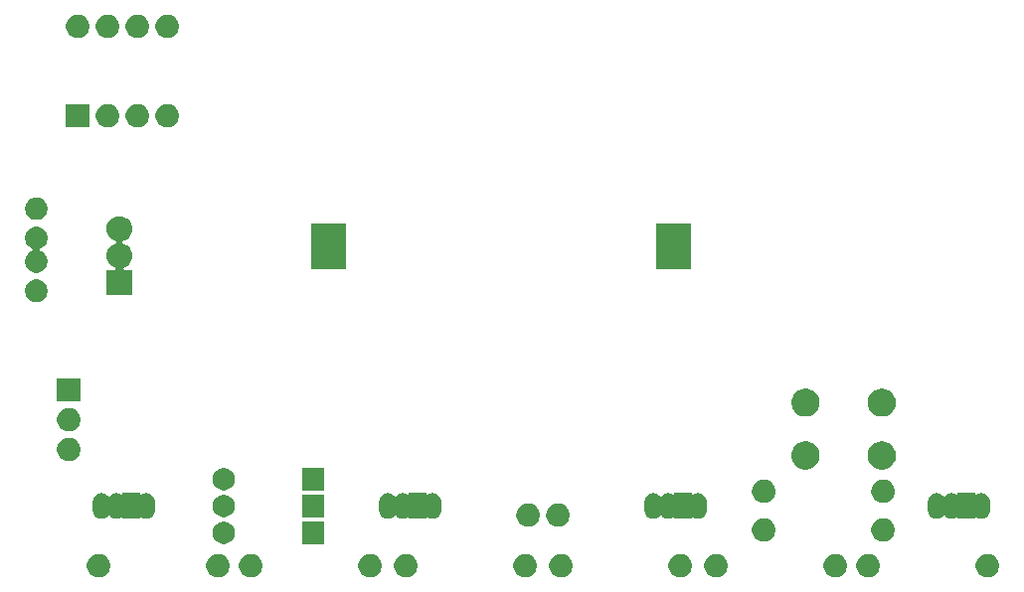
<source format=gbs>
G04 #@! TF.GenerationSoftware,KiCad,Pcbnew,(5.1.5-0-10_14)*
G04 #@! TF.CreationDate,2020-10-20T19:31:47+02:00*
G04 #@! TF.ProjectId,badge_2020,62616467-655f-4323-9032-302e6b696361,rev?*
G04 #@! TF.SameCoordinates,Original*
G04 #@! TF.FileFunction,Soldermask,Bot*
G04 #@! TF.FilePolarity,Negative*
%FSLAX46Y46*%
G04 Gerber Fmt 4.6, Leading zero omitted, Abs format (unit mm)*
G04 Created by KiCad (PCBNEW (5.1.5-0-10_14)) date 2020-10-20 19:31:47*
%MOMM*%
%LPD*%
G04 APERTURE LIST*
%ADD10C,0.100000*%
G04 APERTURE END LIST*
D10*
G36*
X213587290Y-138725619D02*
G01*
X213651689Y-138738429D01*
X213833678Y-138813811D01*
X213997463Y-138923249D01*
X214136751Y-139062537D01*
X214246189Y-139226322D01*
X214321571Y-139408311D01*
X214360000Y-139601509D01*
X214360000Y-139798491D01*
X214321571Y-139991689D01*
X214246189Y-140173678D01*
X214136751Y-140337463D01*
X213997463Y-140476751D01*
X213833678Y-140586189D01*
X213651689Y-140661571D01*
X213587290Y-140674381D01*
X213458493Y-140700000D01*
X213261507Y-140700000D01*
X213132710Y-140674381D01*
X213068311Y-140661571D01*
X212886322Y-140586189D01*
X212722537Y-140476751D01*
X212583249Y-140337463D01*
X212473811Y-140173678D01*
X212398429Y-139991689D01*
X212360000Y-139798491D01*
X212360000Y-139601509D01*
X212398429Y-139408311D01*
X212473811Y-139226322D01*
X212583249Y-139062537D01*
X212722537Y-138923249D01*
X212886322Y-138813811D01*
X213068311Y-138738429D01*
X213132710Y-138725619D01*
X213261507Y-138700000D01*
X213458493Y-138700000D01*
X213587290Y-138725619D01*
G37*
G36*
X203427290Y-138725619D02*
G01*
X203491689Y-138738429D01*
X203673678Y-138813811D01*
X203837463Y-138923249D01*
X203976751Y-139062537D01*
X204086189Y-139226322D01*
X204161571Y-139408311D01*
X204200000Y-139601509D01*
X204200000Y-139798491D01*
X204161571Y-139991689D01*
X204086189Y-140173678D01*
X203976751Y-140337463D01*
X203837463Y-140476751D01*
X203673678Y-140586189D01*
X203491689Y-140661571D01*
X203427290Y-140674381D01*
X203298493Y-140700000D01*
X203101507Y-140700000D01*
X202972710Y-140674381D01*
X202908311Y-140661571D01*
X202726322Y-140586189D01*
X202562537Y-140476751D01*
X202423249Y-140337463D01*
X202313811Y-140173678D01*
X202238429Y-139991689D01*
X202200000Y-139798491D01*
X202200000Y-139601509D01*
X202238429Y-139408311D01*
X202313811Y-139226322D01*
X202423249Y-139062537D01*
X202562537Y-138923249D01*
X202726322Y-138813811D01*
X202908311Y-138738429D01*
X202972710Y-138725619D01*
X203101507Y-138700000D01*
X203298493Y-138700000D01*
X203427290Y-138725619D01*
G37*
G36*
X200633290Y-138725619D02*
G01*
X200697689Y-138738429D01*
X200879678Y-138813811D01*
X201043463Y-138923249D01*
X201182751Y-139062537D01*
X201292189Y-139226322D01*
X201367571Y-139408311D01*
X201406000Y-139601509D01*
X201406000Y-139798491D01*
X201367571Y-139991689D01*
X201292189Y-140173678D01*
X201182751Y-140337463D01*
X201043463Y-140476751D01*
X200879678Y-140586189D01*
X200697689Y-140661571D01*
X200633290Y-140674381D01*
X200504493Y-140700000D01*
X200307507Y-140700000D01*
X200178710Y-140674381D01*
X200114311Y-140661571D01*
X199932322Y-140586189D01*
X199768537Y-140476751D01*
X199629249Y-140337463D01*
X199519811Y-140173678D01*
X199444429Y-139991689D01*
X199406000Y-139798491D01*
X199406000Y-139601509D01*
X199444429Y-139408311D01*
X199519811Y-139226322D01*
X199629249Y-139062537D01*
X199768537Y-138923249D01*
X199932322Y-138813811D01*
X200114311Y-138738429D01*
X200178710Y-138725619D01*
X200307507Y-138700000D01*
X200504493Y-138700000D01*
X200633290Y-138725619D01*
G37*
G36*
X190473290Y-138725619D02*
G01*
X190537689Y-138738429D01*
X190719678Y-138813811D01*
X190883463Y-138923249D01*
X191022751Y-139062537D01*
X191132189Y-139226322D01*
X191207571Y-139408311D01*
X191246000Y-139601509D01*
X191246000Y-139798491D01*
X191207571Y-139991689D01*
X191132189Y-140173678D01*
X191022751Y-140337463D01*
X190883463Y-140476751D01*
X190719678Y-140586189D01*
X190537689Y-140661571D01*
X190473290Y-140674381D01*
X190344493Y-140700000D01*
X190147507Y-140700000D01*
X190018710Y-140674381D01*
X189954311Y-140661571D01*
X189772322Y-140586189D01*
X189608537Y-140476751D01*
X189469249Y-140337463D01*
X189359811Y-140173678D01*
X189284429Y-139991689D01*
X189246000Y-139798491D01*
X189246000Y-139601509D01*
X189284429Y-139408311D01*
X189359811Y-139226322D01*
X189469249Y-139062537D01*
X189608537Y-138923249D01*
X189772322Y-138813811D01*
X189954311Y-138738429D01*
X190018710Y-138725619D01*
X190147507Y-138700000D01*
X190344493Y-138700000D01*
X190473290Y-138725619D01*
G37*
G36*
X187425290Y-138725619D02*
G01*
X187489689Y-138738429D01*
X187671678Y-138813811D01*
X187835463Y-138923249D01*
X187974751Y-139062537D01*
X188084189Y-139226322D01*
X188159571Y-139408311D01*
X188198000Y-139601509D01*
X188198000Y-139798491D01*
X188159571Y-139991689D01*
X188084189Y-140173678D01*
X187974751Y-140337463D01*
X187835463Y-140476751D01*
X187671678Y-140586189D01*
X187489689Y-140661571D01*
X187425290Y-140674381D01*
X187296493Y-140700000D01*
X187099507Y-140700000D01*
X186970710Y-140674381D01*
X186906311Y-140661571D01*
X186724322Y-140586189D01*
X186560537Y-140476751D01*
X186421249Y-140337463D01*
X186311811Y-140173678D01*
X186236429Y-139991689D01*
X186198000Y-139798491D01*
X186198000Y-139601509D01*
X186236429Y-139408311D01*
X186311811Y-139226322D01*
X186421249Y-139062537D01*
X186560537Y-138923249D01*
X186724322Y-138813811D01*
X186906311Y-138738429D01*
X186970710Y-138725619D01*
X187099507Y-138700000D01*
X187296493Y-138700000D01*
X187425290Y-138725619D01*
G37*
G36*
X177265290Y-138725619D02*
G01*
X177329689Y-138738429D01*
X177511678Y-138813811D01*
X177675463Y-138923249D01*
X177814751Y-139062537D01*
X177924189Y-139226322D01*
X177999571Y-139408311D01*
X178038000Y-139601509D01*
X178038000Y-139798491D01*
X177999571Y-139991689D01*
X177924189Y-140173678D01*
X177814751Y-140337463D01*
X177675463Y-140476751D01*
X177511678Y-140586189D01*
X177329689Y-140661571D01*
X177265290Y-140674381D01*
X177136493Y-140700000D01*
X176939507Y-140700000D01*
X176810710Y-140674381D01*
X176746311Y-140661571D01*
X176564322Y-140586189D01*
X176400537Y-140476751D01*
X176261249Y-140337463D01*
X176151811Y-140173678D01*
X176076429Y-139991689D01*
X176038000Y-139798491D01*
X176038000Y-139601509D01*
X176076429Y-139408311D01*
X176151811Y-139226322D01*
X176261249Y-139062537D01*
X176400537Y-138923249D01*
X176564322Y-138813811D01*
X176746311Y-138738429D01*
X176810710Y-138725619D01*
X176939507Y-138700000D01*
X177136493Y-138700000D01*
X177265290Y-138725619D01*
G37*
G36*
X174217290Y-138725619D02*
G01*
X174281689Y-138738429D01*
X174463678Y-138813811D01*
X174627463Y-138923249D01*
X174766751Y-139062537D01*
X174876189Y-139226322D01*
X174951571Y-139408311D01*
X174990000Y-139601509D01*
X174990000Y-139798491D01*
X174951571Y-139991689D01*
X174876189Y-140173678D01*
X174766751Y-140337463D01*
X174627463Y-140476751D01*
X174463678Y-140586189D01*
X174281689Y-140661571D01*
X174217290Y-140674381D01*
X174088493Y-140700000D01*
X173891507Y-140700000D01*
X173762710Y-140674381D01*
X173698311Y-140661571D01*
X173516322Y-140586189D01*
X173352537Y-140476751D01*
X173213249Y-140337463D01*
X173103811Y-140173678D01*
X173028429Y-139991689D01*
X172990000Y-139798491D01*
X172990000Y-139601509D01*
X173028429Y-139408311D01*
X173103811Y-139226322D01*
X173213249Y-139062537D01*
X173352537Y-138923249D01*
X173516322Y-138813811D01*
X173698311Y-138738429D01*
X173762710Y-138725619D01*
X173891507Y-138700000D01*
X174088493Y-138700000D01*
X174217290Y-138725619D01*
G37*
G36*
X164057290Y-138725619D02*
G01*
X164121689Y-138738429D01*
X164303678Y-138813811D01*
X164467463Y-138923249D01*
X164606751Y-139062537D01*
X164716189Y-139226322D01*
X164791571Y-139408311D01*
X164830000Y-139601509D01*
X164830000Y-139798491D01*
X164791571Y-139991689D01*
X164716189Y-140173678D01*
X164606751Y-140337463D01*
X164467463Y-140476751D01*
X164303678Y-140586189D01*
X164121689Y-140661571D01*
X164057290Y-140674381D01*
X163928493Y-140700000D01*
X163731507Y-140700000D01*
X163602710Y-140674381D01*
X163538311Y-140661571D01*
X163356322Y-140586189D01*
X163192537Y-140476751D01*
X163053249Y-140337463D01*
X162943811Y-140173678D01*
X162868429Y-139991689D01*
X162830000Y-139798491D01*
X162830000Y-139601509D01*
X162868429Y-139408311D01*
X162943811Y-139226322D01*
X163053249Y-139062537D01*
X163192537Y-138923249D01*
X163356322Y-138813811D01*
X163538311Y-138738429D01*
X163602710Y-138725619D01*
X163731507Y-138700000D01*
X163928493Y-138700000D01*
X164057290Y-138725619D01*
G37*
G36*
X161009290Y-138725619D02*
G01*
X161073689Y-138738429D01*
X161255678Y-138813811D01*
X161419463Y-138923249D01*
X161558751Y-139062537D01*
X161668189Y-139226322D01*
X161743571Y-139408311D01*
X161782000Y-139601509D01*
X161782000Y-139798491D01*
X161743571Y-139991689D01*
X161668189Y-140173678D01*
X161558751Y-140337463D01*
X161419463Y-140476751D01*
X161255678Y-140586189D01*
X161073689Y-140661571D01*
X161009290Y-140674381D01*
X160880493Y-140700000D01*
X160683507Y-140700000D01*
X160554710Y-140674381D01*
X160490311Y-140661571D01*
X160308322Y-140586189D01*
X160144537Y-140476751D01*
X160005249Y-140337463D01*
X159895811Y-140173678D01*
X159820429Y-139991689D01*
X159782000Y-139798491D01*
X159782000Y-139601509D01*
X159820429Y-139408311D01*
X159895811Y-139226322D01*
X160005249Y-139062537D01*
X160144537Y-138923249D01*
X160308322Y-138813811D01*
X160490311Y-138738429D01*
X160554710Y-138725619D01*
X160683507Y-138700000D01*
X160880493Y-138700000D01*
X161009290Y-138725619D01*
G37*
G36*
X150849290Y-138725619D02*
G01*
X150913689Y-138738429D01*
X151095678Y-138813811D01*
X151259463Y-138923249D01*
X151398751Y-139062537D01*
X151508189Y-139226322D01*
X151583571Y-139408311D01*
X151622000Y-139601509D01*
X151622000Y-139798491D01*
X151583571Y-139991689D01*
X151508189Y-140173678D01*
X151398751Y-140337463D01*
X151259463Y-140476751D01*
X151095678Y-140586189D01*
X150913689Y-140661571D01*
X150849290Y-140674381D01*
X150720493Y-140700000D01*
X150523507Y-140700000D01*
X150394710Y-140674381D01*
X150330311Y-140661571D01*
X150148322Y-140586189D01*
X149984537Y-140476751D01*
X149845249Y-140337463D01*
X149735811Y-140173678D01*
X149660429Y-139991689D01*
X149622000Y-139798491D01*
X149622000Y-139601509D01*
X149660429Y-139408311D01*
X149735811Y-139226322D01*
X149845249Y-139062537D01*
X149984537Y-138923249D01*
X150148322Y-138813811D01*
X150330311Y-138738429D01*
X150394710Y-138725619D01*
X150523507Y-138700000D01*
X150720493Y-138700000D01*
X150849290Y-138725619D01*
G37*
G36*
X148055290Y-138725619D02*
G01*
X148119689Y-138738429D01*
X148301678Y-138813811D01*
X148465463Y-138923249D01*
X148604751Y-139062537D01*
X148714189Y-139226322D01*
X148789571Y-139408311D01*
X148828000Y-139601509D01*
X148828000Y-139798491D01*
X148789571Y-139991689D01*
X148714189Y-140173678D01*
X148604751Y-140337463D01*
X148465463Y-140476751D01*
X148301678Y-140586189D01*
X148119689Y-140661571D01*
X148055290Y-140674381D01*
X147926493Y-140700000D01*
X147729507Y-140700000D01*
X147600710Y-140674381D01*
X147536311Y-140661571D01*
X147354322Y-140586189D01*
X147190537Y-140476751D01*
X147051249Y-140337463D01*
X146941811Y-140173678D01*
X146866429Y-139991689D01*
X146828000Y-139798491D01*
X146828000Y-139601509D01*
X146866429Y-139408311D01*
X146941811Y-139226322D01*
X147051249Y-139062537D01*
X147190537Y-138923249D01*
X147354322Y-138813811D01*
X147536311Y-138738429D01*
X147600710Y-138725619D01*
X147729507Y-138700000D01*
X147926493Y-138700000D01*
X148055290Y-138725619D01*
G37*
G36*
X137895290Y-138725619D02*
G01*
X137959689Y-138738429D01*
X138141678Y-138813811D01*
X138305463Y-138923249D01*
X138444751Y-139062537D01*
X138554189Y-139226322D01*
X138629571Y-139408311D01*
X138668000Y-139601509D01*
X138668000Y-139798491D01*
X138629571Y-139991689D01*
X138554189Y-140173678D01*
X138444751Y-140337463D01*
X138305463Y-140476751D01*
X138141678Y-140586189D01*
X137959689Y-140661571D01*
X137895290Y-140674381D01*
X137766493Y-140700000D01*
X137569507Y-140700000D01*
X137440710Y-140674381D01*
X137376311Y-140661571D01*
X137194322Y-140586189D01*
X137030537Y-140476751D01*
X136891249Y-140337463D01*
X136781811Y-140173678D01*
X136706429Y-139991689D01*
X136668000Y-139798491D01*
X136668000Y-139601509D01*
X136706429Y-139408311D01*
X136781811Y-139226322D01*
X136891249Y-139062537D01*
X137030537Y-138923249D01*
X137194322Y-138813811D01*
X137376311Y-138738429D01*
X137440710Y-138725619D01*
X137569507Y-138700000D01*
X137766493Y-138700000D01*
X137895290Y-138725619D01*
G37*
G36*
X156906000Y-137856000D02*
G01*
X155006000Y-137856000D01*
X155006000Y-135956000D01*
X156906000Y-135956000D01*
X156906000Y-137856000D01*
G37*
G36*
X148521336Y-135974254D02*
G01*
X148613105Y-135992508D01*
X148785994Y-136064121D01*
X148941590Y-136168087D01*
X149073913Y-136300410D01*
X149177879Y-136456006D01*
X149249492Y-136628895D01*
X149286000Y-136812433D01*
X149286000Y-136999567D01*
X149249492Y-137183105D01*
X149177879Y-137355994D01*
X149073913Y-137511590D01*
X148941590Y-137643913D01*
X148785994Y-137747879D01*
X148613105Y-137819492D01*
X148521336Y-137837746D01*
X148429568Y-137856000D01*
X148242432Y-137856000D01*
X148150664Y-137837746D01*
X148058895Y-137819492D01*
X147886006Y-137747879D01*
X147730410Y-137643913D01*
X147598087Y-137511590D01*
X147494121Y-137355994D01*
X147422508Y-137183105D01*
X147386000Y-136999567D01*
X147386000Y-136812433D01*
X147422508Y-136628895D01*
X147494121Y-136456006D01*
X147598087Y-136300410D01*
X147730410Y-136168087D01*
X147886006Y-136064121D01*
X148058895Y-135992508D01*
X148150664Y-135974254D01*
X148242432Y-135956000D01*
X148429568Y-135956000D01*
X148521336Y-135974254D01*
G37*
G36*
X194537290Y-135677619D02*
G01*
X194601689Y-135690429D01*
X194783678Y-135765811D01*
X194947463Y-135875249D01*
X195086751Y-136014537D01*
X195196189Y-136178322D01*
X195264637Y-136343571D01*
X195271571Y-136360312D01*
X195310000Y-136553507D01*
X195310000Y-136750493D01*
X195297679Y-136812433D01*
X195271571Y-136943689D01*
X195196189Y-137125678D01*
X195086751Y-137289463D01*
X194947463Y-137428751D01*
X194783678Y-137538189D01*
X194601689Y-137613571D01*
X194537290Y-137626381D01*
X194408493Y-137652000D01*
X194211507Y-137652000D01*
X194082710Y-137626381D01*
X194018311Y-137613571D01*
X193836322Y-137538189D01*
X193672537Y-137428751D01*
X193533249Y-137289463D01*
X193423811Y-137125678D01*
X193348429Y-136943689D01*
X193322321Y-136812433D01*
X193310000Y-136750493D01*
X193310000Y-136553507D01*
X193348429Y-136360312D01*
X193355363Y-136343571D01*
X193423811Y-136178322D01*
X193533249Y-136014537D01*
X193672537Y-135875249D01*
X193836322Y-135765811D01*
X194018311Y-135690429D01*
X194082710Y-135677619D01*
X194211507Y-135652000D01*
X194408493Y-135652000D01*
X194537290Y-135677619D01*
G37*
G36*
X204697290Y-135677619D02*
G01*
X204761689Y-135690429D01*
X204943678Y-135765811D01*
X205107463Y-135875249D01*
X205246751Y-136014537D01*
X205356189Y-136178322D01*
X205424637Y-136343571D01*
X205431571Y-136360312D01*
X205470000Y-136553507D01*
X205470000Y-136750493D01*
X205457679Y-136812433D01*
X205431571Y-136943689D01*
X205356189Y-137125678D01*
X205246751Y-137289463D01*
X205107463Y-137428751D01*
X204943678Y-137538189D01*
X204761689Y-137613571D01*
X204697290Y-137626381D01*
X204568493Y-137652000D01*
X204371507Y-137652000D01*
X204242710Y-137626381D01*
X204178311Y-137613571D01*
X203996322Y-137538189D01*
X203832537Y-137428751D01*
X203693249Y-137289463D01*
X203583811Y-137125678D01*
X203508429Y-136943689D01*
X203482321Y-136812433D01*
X203470000Y-136750493D01*
X203470000Y-136553507D01*
X203508429Y-136360312D01*
X203515363Y-136343571D01*
X203583811Y-136178322D01*
X203693249Y-136014537D01*
X203832537Y-135875249D01*
X203996322Y-135765811D01*
X204178311Y-135690429D01*
X204242710Y-135677619D01*
X204371507Y-135652000D01*
X204568493Y-135652000D01*
X204697290Y-135677619D01*
G37*
G36*
X177011290Y-134407619D02*
G01*
X177075689Y-134420429D01*
X177257678Y-134495811D01*
X177421463Y-134605249D01*
X177560751Y-134744537D01*
X177670189Y-134908322D01*
X177745571Y-135090311D01*
X177758381Y-135154710D01*
X177772480Y-135225590D01*
X177784000Y-135283509D01*
X177784000Y-135480491D01*
X177745571Y-135673689D01*
X177670189Y-135855678D01*
X177560751Y-136019463D01*
X177421463Y-136158751D01*
X177257678Y-136268189D01*
X177075689Y-136343571D01*
X177011290Y-136356381D01*
X176882493Y-136382000D01*
X176685507Y-136382000D01*
X176556710Y-136356381D01*
X176492311Y-136343571D01*
X176310322Y-136268189D01*
X176146537Y-136158751D01*
X176007249Y-136019463D01*
X175897811Y-135855678D01*
X175822429Y-135673689D01*
X175784000Y-135480491D01*
X175784000Y-135283509D01*
X175795521Y-135225590D01*
X175809619Y-135154710D01*
X175822429Y-135090311D01*
X175897811Y-134908322D01*
X176007249Y-134744537D01*
X176146537Y-134605249D01*
X176310322Y-134495811D01*
X176492311Y-134420429D01*
X176556710Y-134407619D01*
X176685507Y-134382000D01*
X176882493Y-134382000D01*
X177011290Y-134407619D01*
G37*
G36*
X174471290Y-134407619D02*
G01*
X174535689Y-134420429D01*
X174717678Y-134495811D01*
X174881463Y-134605249D01*
X175020751Y-134744537D01*
X175130189Y-134908322D01*
X175205571Y-135090311D01*
X175218381Y-135154710D01*
X175232480Y-135225590D01*
X175244000Y-135283509D01*
X175244000Y-135480491D01*
X175205571Y-135673689D01*
X175130189Y-135855678D01*
X175020751Y-136019463D01*
X174881463Y-136158751D01*
X174717678Y-136268189D01*
X174535689Y-136343571D01*
X174471290Y-136356381D01*
X174342493Y-136382000D01*
X174145507Y-136382000D01*
X174016710Y-136356381D01*
X173952311Y-136343571D01*
X173770322Y-136268189D01*
X173606537Y-136158751D01*
X173467249Y-136019463D01*
X173357811Y-135855678D01*
X173282429Y-135673689D01*
X173244000Y-135480491D01*
X173244000Y-135283509D01*
X173255521Y-135225590D01*
X173269619Y-135154710D01*
X173282429Y-135090311D01*
X173357811Y-134908322D01*
X173467249Y-134744537D01*
X173606537Y-134605249D01*
X173770322Y-134495811D01*
X173952311Y-134420429D01*
X174016710Y-134407619D01*
X174145507Y-134382000D01*
X174342493Y-134382000D01*
X174471290Y-134407619D01*
G37*
G36*
X166260085Y-133530635D02*
G01*
X166350068Y-133557931D01*
X166398637Y-133572664D01*
X166526319Y-133640912D01*
X166638238Y-133732762D01*
X166730088Y-133844681D01*
X166798336Y-133972363D01*
X166798337Y-133972367D01*
X166840365Y-134110915D01*
X166851000Y-134218895D01*
X166851000Y-135021105D01*
X166840365Y-135129085D01*
X166811091Y-135225589D01*
X166798336Y-135267637D01*
X166730088Y-135395319D01*
X166638238Y-135507238D01*
X166526318Y-135599088D01*
X166398636Y-135667336D01*
X166362584Y-135678272D01*
X166260084Y-135709365D01*
X166116000Y-135723556D01*
X165971915Y-135709365D01*
X165869415Y-135678272D01*
X165833363Y-135667336D01*
X165764923Y-135630754D01*
X165742284Y-135621376D01*
X165718251Y-135616596D01*
X165693747Y-135616596D01*
X165669713Y-135621377D01*
X165647075Y-135630754D01*
X165626700Y-135644368D01*
X165609373Y-135661695D01*
X165595760Y-135682069D01*
X165586382Y-135704708D01*
X165584114Y-135720000D01*
X164108932Y-135720000D01*
X164108598Y-135716606D01*
X164101485Y-135693157D01*
X164089934Y-135671546D01*
X164074389Y-135652604D01*
X164055447Y-135637059D01*
X164033836Y-135625508D01*
X164010387Y-135618395D01*
X163986001Y-135615993D01*
X163961615Y-135618395D01*
X163938166Y-135625508D01*
X163927077Y-135630753D01*
X163858636Y-135667336D01*
X163822584Y-135678272D01*
X163720084Y-135709365D01*
X163576000Y-135723556D01*
X163431915Y-135709365D01*
X163329415Y-135678272D01*
X163293363Y-135667336D01*
X163165681Y-135599088D01*
X163053762Y-135507238D01*
X163037625Y-135487575D01*
X163020298Y-135470248D01*
X162999923Y-135456634D01*
X162977284Y-135447257D01*
X162953251Y-135442477D01*
X162928747Y-135442477D01*
X162904714Y-135447258D01*
X162882075Y-135456635D01*
X162861701Y-135470249D01*
X162844375Y-135487575D01*
X162828238Y-135507238D01*
X162716318Y-135599088D01*
X162588636Y-135667336D01*
X162552584Y-135678272D01*
X162450084Y-135709365D01*
X162306000Y-135723556D01*
X162161915Y-135709365D01*
X162059415Y-135678272D01*
X162023363Y-135667336D01*
X161895681Y-135599088D01*
X161783762Y-135507238D01*
X161691912Y-135395318D01*
X161623664Y-135267636D01*
X161610909Y-135225589D01*
X161581635Y-135129084D01*
X161571000Y-135021104D01*
X161571000Y-134218895D01*
X161581635Y-134110915D01*
X161623664Y-133972367D01*
X161623665Y-133972364D01*
X161691913Y-133844681D01*
X161783763Y-133732762D01*
X161895682Y-133640912D01*
X162023364Y-133572664D01*
X162071933Y-133557931D01*
X162161916Y-133530635D01*
X162306000Y-133516444D01*
X162450085Y-133530635D01*
X162540068Y-133557931D01*
X162588637Y-133572664D01*
X162716319Y-133640912D01*
X162717265Y-133641688D01*
X162828238Y-133732762D01*
X162844380Y-133752431D01*
X162861704Y-133769753D01*
X162882078Y-133783367D01*
X162904717Y-133792744D01*
X162928750Y-133797524D01*
X162953255Y-133797524D01*
X162977288Y-133792743D01*
X162999926Y-133783366D01*
X163020301Y-133769752D01*
X163037621Y-133752431D01*
X163053763Y-133732762D01*
X163164735Y-133641689D01*
X163165682Y-133640912D01*
X163293364Y-133572664D01*
X163341933Y-133557931D01*
X163431916Y-133530635D01*
X163576000Y-133516444D01*
X163720085Y-133530635D01*
X163810068Y-133557931D01*
X163858637Y-133572664D01*
X163927077Y-133609246D01*
X163949716Y-133618624D01*
X163973749Y-133623404D01*
X163998253Y-133623404D01*
X164022287Y-133618623D01*
X164044925Y-133609246D01*
X164065300Y-133595632D01*
X164082627Y-133578305D01*
X164096240Y-133557931D01*
X164105618Y-133535292D01*
X164107886Y-133520000D01*
X165583068Y-133520000D01*
X165583402Y-133523394D01*
X165590515Y-133546843D01*
X165602066Y-133568454D01*
X165617611Y-133587396D01*
X165636553Y-133602941D01*
X165658164Y-133614492D01*
X165681613Y-133621605D01*
X165705999Y-133624007D01*
X165730385Y-133621605D01*
X165753834Y-133614492D01*
X165764923Y-133609247D01*
X165833364Y-133572664D01*
X165881933Y-133557931D01*
X165971916Y-133530635D01*
X166116000Y-133516444D01*
X166260085Y-133530635D01*
G37*
G36*
X141876085Y-133530635D02*
G01*
X141966068Y-133557931D01*
X142014637Y-133572664D01*
X142142319Y-133640912D01*
X142254238Y-133732762D01*
X142346088Y-133844681D01*
X142414336Y-133972363D01*
X142414337Y-133972367D01*
X142456365Y-134110915D01*
X142467000Y-134218895D01*
X142467000Y-135021105D01*
X142456365Y-135129085D01*
X142427091Y-135225589D01*
X142414336Y-135267637D01*
X142346088Y-135395319D01*
X142254238Y-135507238D01*
X142142318Y-135599088D01*
X142014636Y-135667336D01*
X141978584Y-135678272D01*
X141876084Y-135709365D01*
X141732000Y-135723556D01*
X141587915Y-135709365D01*
X141485415Y-135678272D01*
X141449363Y-135667336D01*
X141380923Y-135630754D01*
X141358284Y-135621376D01*
X141334251Y-135616596D01*
X141309747Y-135616596D01*
X141285713Y-135621377D01*
X141263075Y-135630754D01*
X141242700Y-135644368D01*
X141225373Y-135661695D01*
X141211760Y-135682069D01*
X141202382Y-135704708D01*
X141200114Y-135720000D01*
X139724932Y-135720000D01*
X139724598Y-135716606D01*
X139717485Y-135693157D01*
X139705934Y-135671546D01*
X139690389Y-135652604D01*
X139671447Y-135637059D01*
X139649836Y-135625508D01*
X139626387Y-135618395D01*
X139602001Y-135615993D01*
X139577615Y-135618395D01*
X139554166Y-135625508D01*
X139543077Y-135630753D01*
X139474636Y-135667336D01*
X139438584Y-135678272D01*
X139336084Y-135709365D01*
X139192000Y-135723556D01*
X139047915Y-135709365D01*
X138945415Y-135678272D01*
X138909363Y-135667336D01*
X138781681Y-135599088D01*
X138669762Y-135507238D01*
X138653625Y-135487575D01*
X138636298Y-135470248D01*
X138615923Y-135456634D01*
X138593284Y-135447257D01*
X138569251Y-135442477D01*
X138544747Y-135442477D01*
X138520714Y-135447258D01*
X138498075Y-135456635D01*
X138477701Y-135470249D01*
X138460375Y-135487575D01*
X138444238Y-135507238D01*
X138332318Y-135599088D01*
X138204636Y-135667336D01*
X138168584Y-135678272D01*
X138066084Y-135709365D01*
X137922000Y-135723556D01*
X137777915Y-135709365D01*
X137675415Y-135678272D01*
X137639363Y-135667336D01*
X137511681Y-135599088D01*
X137399762Y-135507238D01*
X137307912Y-135395318D01*
X137239664Y-135267636D01*
X137226909Y-135225589D01*
X137197635Y-135129084D01*
X137187000Y-135021104D01*
X137187000Y-134218895D01*
X137197635Y-134110915D01*
X137239664Y-133972367D01*
X137239665Y-133972364D01*
X137307913Y-133844681D01*
X137399763Y-133732762D01*
X137511682Y-133640912D01*
X137639364Y-133572664D01*
X137687933Y-133557931D01*
X137777916Y-133530635D01*
X137922000Y-133516444D01*
X138066085Y-133530635D01*
X138156068Y-133557931D01*
X138204637Y-133572664D01*
X138332319Y-133640912D01*
X138333265Y-133641688D01*
X138444238Y-133732762D01*
X138460380Y-133752431D01*
X138477704Y-133769753D01*
X138498078Y-133783367D01*
X138520717Y-133792744D01*
X138544750Y-133797524D01*
X138569255Y-133797524D01*
X138593288Y-133792743D01*
X138615926Y-133783366D01*
X138636301Y-133769752D01*
X138653621Y-133752431D01*
X138669763Y-133732762D01*
X138780735Y-133641689D01*
X138781682Y-133640912D01*
X138909364Y-133572664D01*
X138957933Y-133557931D01*
X139047916Y-133530635D01*
X139192000Y-133516444D01*
X139336085Y-133530635D01*
X139426068Y-133557931D01*
X139474637Y-133572664D01*
X139543077Y-133609246D01*
X139565716Y-133618624D01*
X139589749Y-133623404D01*
X139614253Y-133623404D01*
X139638287Y-133618623D01*
X139660925Y-133609246D01*
X139681300Y-133595632D01*
X139698627Y-133578305D01*
X139712240Y-133557931D01*
X139721618Y-133535292D01*
X139723886Y-133520000D01*
X141199068Y-133520000D01*
X141199402Y-133523394D01*
X141206515Y-133546843D01*
X141218066Y-133568454D01*
X141233611Y-133587396D01*
X141252553Y-133602941D01*
X141274164Y-133614492D01*
X141297613Y-133621605D01*
X141321999Y-133624007D01*
X141346385Y-133621605D01*
X141369834Y-133614492D01*
X141380923Y-133609247D01*
X141449364Y-133572664D01*
X141497933Y-133557931D01*
X141587916Y-133530635D01*
X141732000Y-133516444D01*
X141876085Y-133530635D01*
G37*
G36*
X212996085Y-133530635D02*
G01*
X213086068Y-133557931D01*
X213134637Y-133572664D01*
X213262319Y-133640912D01*
X213374238Y-133732762D01*
X213466088Y-133844681D01*
X213534336Y-133972363D01*
X213534337Y-133972367D01*
X213576365Y-134110915D01*
X213587000Y-134218895D01*
X213587000Y-135021105D01*
X213576365Y-135129085D01*
X213547091Y-135225589D01*
X213534336Y-135267637D01*
X213466088Y-135395319D01*
X213374238Y-135507238D01*
X213262318Y-135599088D01*
X213134636Y-135667336D01*
X213098584Y-135678272D01*
X212996084Y-135709365D01*
X212852000Y-135723556D01*
X212707915Y-135709365D01*
X212605415Y-135678272D01*
X212569363Y-135667336D01*
X212500923Y-135630754D01*
X212478284Y-135621376D01*
X212454251Y-135616596D01*
X212429747Y-135616596D01*
X212405713Y-135621377D01*
X212383075Y-135630754D01*
X212362700Y-135644368D01*
X212345373Y-135661695D01*
X212331760Y-135682069D01*
X212322382Y-135704708D01*
X212320114Y-135720000D01*
X210844932Y-135720000D01*
X210844598Y-135716606D01*
X210837485Y-135693157D01*
X210825934Y-135671546D01*
X210810389Y-135652604D01*
X210791447Y-135637059D01*
X210769836Y-135625508D01*
X210746387Y-135618395D01*
X210722001Y-135615993D01*
X210697615Y-135618395D01*
X210674166Y-135625508D01*
X210663077Y-135630753D01*
X210594636Y-135667336D01*
X210558584Y-135678272D01*
X210456084Y-135709365D01*
X210312000Y-135723556D01*
X210167915Y-135709365D01*
X210065415Y-135678272D01*
X210029363Y-135667336D01*
X209901681Y-135599088D01*
X209789762Y-135507238D01*
X209773625Y-135487575D01*
X209756298Y-135470248D01*
X209735923Y-135456634D01*
X209713284Y-135447257D01*
X209689251Y-135442477D01*
X209664747Y-135442477D01*
X209640714Y-135447258D01*
X209618075Y-135456635D01*
X209597701Y-135470249D01*
X209580375Y-135487575D01*
X209564238Y-135507238D01*
X209452318Y-135599088D01*
X209324636Y-135667336D01*
X209288584Y-135678272D01*
X209186084Y-135709365D01*
X209042000Y-135723556D01*
X208897915Y-135709365D01*
X208795415Y-135678272D01*
X208759363Y-135667336D01*
X208631681Y-135599088D01*
X208519762Y-135507238D01*
X208427912Y-135395318D01*
X208359664Y-135267636D01*
X208346909Y-135225589D01*
X208317635Y-135129084D01*
X208307000Y-135021104D01*
X208307000Y-134218895D01*
X208317635Y-134110915D01*
X208359664Y-133972367D01*
X208359665Y-133972364D01*
X208427913Y-133844681D01*
X208519763Y-133732762D01*
X208631682Y-133640912D01*
X208759364Y-133572664D01*
X208807933Y-133557931D01*
X208897916Y-133530635D01*
X209042000Y-133516444D01*
X209186085Y-133530635D01*
X209276068Y-133557931D01*
X209324637Y-133572664D01*
X209452319Y-133640912D01*
X209453265Y-133641688D01*
X209564238Y-133732762D01*
X209580380Y-133752431D01*
X209597704Y-133769753D01*
X209618078Y-133783367D01*
X209640717Y-133792744D01*
X209664750Y-133797524D01*
X209689255Y-133797524D01*
X209713288Y-133792743D01*
X209735926Y-133783366D01*
X209756301Y-133769752D01*
X209773621Y-133752431D01*
X209789763Y-133732762D01*
X209900735Y-133641689D01*
X209901682Y-133640912D01*
X210029364Y-133572664D01*
X210077933Y-133557931D01*
X210167916Y-133530635D01*
X210312000Y-133516444D01*
X210456085Y-133530635D01*
X210546068Y-133557931D01*
X210594637Y-133572664D01*
X210663077Y-133609246D01*
X210685716Y-133618624D01*
X210709749Y-133623404D01*
X210734253Y-133623404D01*
X210758287Y-133618623D01*
X210780925Y-133609246D01*
X210801300Y-133595632D01*
X210818627Y-133578305D01*
X210832240Y-133557931D01*
X210841618Y-133535292D01*
X210843886Y-133520000D01*
X212319068Y-133520000D01*
X212319402Y-133523394D01*
X212326515Y-133546843D01*
X212338066Y-133568454D01*
X212353611Y-133587396D01*
X212372553Y-133602941D01*
X212394164Y-133614492D01*
X212417613Y-133621605D01*
X212441999Y-133624007D01*
X212466385Y-133621605D01*
X212489834Y-133614492D01*
X212500923Y-133609247D01*
X212569364Y-133572664D01*
X212617933Y-133557931D01*
X212707916Y-133530635D01*
X212852000Y-133516444D01*
X212996085Y-133530635D01*
G37*
G36*
X188866085Y-133530635D02*
G01*
X188956068Y-133557931D01*
X189004637Y-133572664D01*
X189132319Y-133640912D01*
X189244238Y-133732762D01*
X189336088Y-133844681D01*
X189404336Y-133972363D01*
X189404337Y-133972367D01*
X189446365Y-134110915D01*
X189457000Y-134218895D01*
X189457000Y-135021105D01*
X189446365Y-135129085D01*
X189417091Y-135225589D01*
X189404336Y-135267637D01*
X189336088Y-135395319D01*
X189244238Y-135507238D01*
X189132318Y-135599088D01*
X189004636Y-135667336D01*
X188968584Y-135678272D01*
X188866084Y-135709365D01*
X188722000Y-135723556D01*
X188577915Y-135709365D01*
X188475415Y-135678272D01*
X188439363Y-135667336D01*
X188370923Y-135630754D01*
X188348284Y-135621376D01*
X188324251Y-135616596D01*
X188299747Y-135616596D01*
X188275713Y-135621377D01*
X188253075Y-135630754D01*
X188232700Y-135644368D01*
X188215373Y-135661695D01*
X188201760Y-135682069D01*
X188192382Y-135704708D01*
X188190114Y-135720000D01*
X186714932Y-135720000D01*
X186714598Y-135716606D01*
X186707485Y-135693157D01*
X186695934Y-135671546D01*
X186680389Y-135652604D01*
X186661447Y-135637059D01*
X186639836Y-135625508D01*
X186616387Y-135618395D01*
X186592001Y-135615993D01*
X186567615Y-135618395D01*
X186544166Y-135625508D01*
X186533077Y-135630753D01*
X186464636Y-135667336D01*
X186428584Y-135678272D01*
X186326084Y-135709365D01*
X186182000Y-135723556D01*
X186037915Y-135709365D01*
X185935415Y-135678272D01*
X185899363Y-135667336D01*
X185771681Y-135599088D01*
X185659762Y-135507238D01*
X185643625Y-135487575D01*
X185626298Y-135470248D01*
X185605923Y-135456634D01*
X185583284Y-135447257D01*
X185559251Y-135442477D01*
X185534747Y-135442477D01*
X185510714Y-135447258D01*
X185488075Y-135456635D01*
X185467701Y-135470249D01*
X185450375Y-135487575D01*
X185434238Y-135507238D01*
X185322318Y-135599088D01*
X185194636Y-135667336D01*
X185158584Y-135678272D01*
X185056084Y-135709365D01*
X184912000Y-135723556D01*
X184767915Y-135709365D01*
X184665415Y-135678272D01*
X184629363Y-135667336D01*
X184501681Y-135599088D01*
X184389762Y-135507238D01*
X184297912Y-135395318D01*
X184229664Y-135267636D01*
X184216909Y-135225589D01*
X184187635Y-135129084D01*
X184177000Y-135021104D01*
X184177000Y-134218895D01*
X184187635Y-134110915D01*
X184229664Y-133972367D01*
X184229665Y-133972364D01*
X184297913Y-133844681D01*
X184389763Y-133732762D01*
X184501682Y-133640912D01*
X184629364Y-133572664D01*
X184677933Y-133557931D01*
X184767916Y-133530635D01*
X184912000Y-133516444D01*
X185056085Y-133530635D01*
X185146068Y-133557931D01*
X185194637Y-133572664D01*
X185322319Y-133640912D01*
X185323265Y-133641688D01*
X185434238Y-133732762D01*
X185450380Y-133752431D01*
X185467704Y-133769753D01*
X185488078Y-133783367D01*
X185510717Y-133792744D01*
X185534750Y-133797524D01*
X185559255Y-133797524D01*
X185583288Y-133792743D01*
X185605926Y-133783366D01*
X185626301Y-133769752D01*
X185643621Y-133752431D01*
X185659763Y-133732762D01*
X185770735Y-133641689D01*
X185771682Y-133640912D01*
X185899364Y-133572664D01*
X185947933Y-133557931D01*
X186037916Y-133530635D01*
X186182000Y-133516444D01*
X186326085Y-133530635D01*
X186416068Y-133557931D01*
X186464637Y-133572664D01*
X186533077Y-133609246D01*
X186555716Y-133618624D01*
X186579749Y-133623404D01*
X186604253Y-133623404D01*
X186628287Y-133618623D01*
X186650925Y-133609246D01*
X186671300Y-133595632D01*
X186688627Y-133578305D01*
X186702240Y-133557931D01*
X186711618Y-133535292D01*
X186713886Y-133520000D01*
X188189068Y-133520000D01*
X188189402Y-133523394D01*
X188196515Y-133546843D01*
X188208066Y-133568454D01*
X188223611Y-133587396D01*
X188242553Y-133602941D01*
X188264164Y-133614492D01*
X188287613Y-133621605D01*
X188311999Y-133624007D01*
X188336385Y-133621605D01*
X188359834Y-133614492D01*
X188370923Y-133609247D01*
X188439364Y-133572664D01*
X188487933Y-133557931D01*
X188577916Y-133530635D01*
X188722000Y-133516444D01*
X188866085Y-133530635D01*
G37*
G36*
X156906000Y-135570000D02*
G01*
X155006000Y-135570000D01*
X155006000Y-133670000D01*
X156906000Y-133670000D01*
X156906000Y-135570000D01*
G37*
G36*
X148521336Y-133688254D02*
G01*
X148613105Y-133706508D01*
X148785994Y-133778121D01*
X148941590Y-133882087D01*
X149073913Y-134014410D01*
X149177879Y-134170006D01*
X149249492Y-134342895D01*
X149286000Y-134526433D01*
X149286000Y-134713567D01*
X149249492Y-134897105D01*
X149177879Y-135069994D01*
X149073913Y-135225590D01*
X148941590Y-135357913D01*
X148785994Y-135461879D01*
X148613105Y-135533492D01*
X148521336Y-135551746D01*
X148429568Y-135570000D01*
X148242432Y-135570000D01*
X148150664Y-135551746D01*
X148058895Y-135533492D01*
X147886006Y-135461879D01*
X147730410Y-135357913D01*
X147598087Y-135225590D01*
X147494121Y-135069994D01*
X147422508Y-134897105D01*
X147386000Y-134713567D01*
X147386000Y-134526433D01*
X147422508Y-134342895D01*
X147494121Y-134170006D01*
X147598087Y-134014410D01*
X147730410Y-133882087D01*
X147886006Y-133778121D01*
X148058895Y-133706508D01*
X148150664Y-133688254D01*
X148242432Y-133670000D01*
X148429568Y-133670000D01*
X148521336Y-133688254D01*
G37*
G36*
X204697290Y-132375619D02*
G01*
X204761689Y-132388429D01*
X204943678Y-132463811D01*
X205107463Y-132573249D01*
X205246751Y-132712537D01*
X205356189Y-132876322D01*
X205431571Y-133058311D01*
X205444381Y-133122710D01*
X205470000Y-133251507D01*
X205470000Y-133448493D01*
X205450437Y-133546843D01*
X205431571Y-133641689D01*
X205356189Y-133823678D01*
X205246751Y-133987463D01*
X205107463Y-134126751D01*
X204943678Y-134236189D01*
X204761689Y-134311571D01*
X204697290Y-134324381D01*
X204568493Y-134350000D01*
X204371507Y-134350000D01*
X204242710Y-134324381D01*
X204178311Y-134311571D01*
X203996322Y-134236189D01*
X203832537Y-134126751D01*
X203693249Y-133987463D01*
X203583811Y-133823678D01*
X203508429Y-133641689D01*
X203489563Y-133546843D01*
X203470000Y-133448493D01*
X203470000Y-133251507D01*
X203495619Y-133122710D01*
X203508429Y-133058311D01*
X203583811Y-132876322D01*
X203693249Y-132712537D01*
X203832537Y-132573249D01*
X203996322Y-132463811D01*
X204178311Y-132388429D01*
X204242710Y-132375619D01*
X204371507Y-132350000D01*
X204568493Y-132350000D01*
X204697290Y-132375619D01*
G37*
G36*
X194537290Y-132375619D02*
G01*
X194601689Y-132388429D01*
X194783678Y-132463811D01*
X194947463Y-132573249D01*
X195086751Y-132712537D01*
X195196189Y-132876322D01*
X195271571Y-133058311D01*
X195284381Y-133122710D01*
X195310000Y-133251507D01*
X195310000Y-133448493D01*
X195290437Y-133546843D01*
X195271571Y-133641689D01*
X195196189Y-133823678D01*
X195086751Y-133987463D01*
X194947463Y-134126751D01*
X194783678Y-134236189D01*
X194601689Y-134311571D01*
X194537290Y-134324381D01*
X194408493Y-134350000D01*
X194211507Y-134350000D01*
X194082710Y-134324381D01*
X194018311Y-134311571D01*
X193836322Y-134236189D01*
X193672537Y-134126751D01*
X193533249Y-133987463D01*
X193423811Y-133823678D01*
X193348429Y-133641689D01*
X193329563Y-133546843D01*
X193310000Y-133448493D01*
X193310000Y-133251507D01*
X193335619Y-133122710D01*
X193348429Y-133058311D01*
X193423811Y-132876322D01*
X193533249Y-132712537D01*
X193672537Y-132573249D01*
X193836322Y-132463811D01*
X194018311Y-132388429D01*
X194082710Y-132375619D01*
X194211507Y-132350000D01*
X194408493Y-132350000D01*
X194537290Y-132375619D01*
G37*
G36*
X148521336Y-131402254D02*
G01*
X148613105Y-131420508D01*
X148785994Y-131492121D01*
X148941590Y-131596087D01*
X149073913Y-131728410D01*
X149177879Y-131884006D01*
X149249492Y-132056895D01*
X149286000Y-132240433D01*
X149286000Y-132427567D01*
X149249492Y-132611105D01*
X149177879Y-132783994D01*
X149073913Y-132939590D01*
X148941590Y-133071913D01*
X148785994Y-133175879D01*
X148613105Y-133247492D01*
X148521336Y-133265746D01*
X148429568Y-133284000D01*
X148242432Y-133284000D01*
X148150664Y-133265746D01*
X148058895Y-133247492D01*
X147886006Y-133175879D01*
X147730410Y-133071913D01*
X147598087Y-132939590D01*
X147494121Y-132783994D01*
X147422508Y-132611105D01*
X147386000Y-132427567D01*
X147386000Y-132240433D01*
X147422508Y-132056895D01*
X147494121Y-131884006D01*
X147598087Y-131728410D01*
X147730410Y-131596087D01*
X147886006Y-131492121D01*
X148058895Y-131420508D01*
X148150664Y-131402254D01*
X148242432Y-131384000D01*
X148429568Y-131384000D01*
X148521336Y-131402254D01*
G37*
G36*
X156906000Y-133284000D02*
G01*
X155006000Y-133284000D01*
X155006000Y-131384000D01*
X156906000Y-131384000D01*
X156906000Y-133284000D01*
G37*
G36*
X204716026Y-129148115D02*
G01*
X204934411Y-129238573D01*
X204934413Y-129238574D01*
X205130955Y-129369899D01*
X205298101Y-129537045D01*
X205429427Y-129733589D01*
X205519885Y-129951974D01*
X205566000Y-130183809D01*
X205566000Y-130420191D01*
X205519885Y-130652026D01*
X205476995Y-130755571D01*
X205429426Y-130870413D01*
X205298101Y-131066955D01*
X205130955Y-131234101D01*
X204934413Y-131365426D01*
X204934412Y-131365427D01*
X204934411Y-131365427D01*
X204716026Y-131455885D01*
X204484191Y-131502000D01*
X204247809Y-131502000D01*
X204015974Y-131455885D01*
X203797589Y-131365427D01*
X203797588Y-131365427D01*
X203797587Y-131365426D01*
X203601045Y-131234101D01*
X203433899Y-131066955D01*
X203302574Y-130870413D01*
X203255005Y-130755571D01*
X203212115Y-130652026D01*
X203166000Y-130420191D01*
X203166000Y-130183809D01*
X203212115Y-129951974D01*
X203302573Y-129733589D01*
X203433899Y-129537045D01*
X203601045Y-129369899D01*
X203797587Y-129238574D01*
X203797589Y-129238573D01*
X204015974Y-129148115D01*
X204247809Y-129102000D01*
X204484191Y-129102000D01*
X204716026Y-129148115D01*
G37*
G36*
X198216026Y-129148115D02*
G01*
X198434411Y-129238573D01*
X198434413Y-129238574D01*
X198630955Y-129369899D01*
X198798101Y-129537045D01*
X198929427Y-129733589D01*
X199019885Y-129951974D01*
X199066000Y-130183809D01*
X199066000Y-130420191D01*
X199019885Y-130652026D01*
X198976995Y-130755571D01*
X198929426Y-130870413D01*
X198798101Y-131066955D01*
X198630955Y-131234101D01*
X198434413Y-131365426D01*
X198434412Y-131365427D01*
X198434411Y-131365427D01*
X198216026Y-131455885D01*
X197984191Y-131502000D01*
X197747809Y-131502000D01*
X197515974Y-131455885D01*
X197297589Y-131365427D01*
X197297588Y-131365427D01*
X197297587Y-131365426D01*
X197101045Y-131234101D01*
X196933899Y-131066955D01*
X196802574Y-130870413D01*
X196755005Y-130755571D01*
X196712115Y-130652026D01*
X196666000Y-130420191D01*
X196666000Y-130183809D01*
X196712115Y-129951974D01*
X196802573Y-129733589D01*
X196933899Y-129537045D01*
X197101045Y-129369899D01*
X197297587Y-129238574D01*
X197297589Y-129238573D01*
X197515974Y-129148115D01*
X197747809Y-129102000D01*
X197984191Y-129102000D01*
X198216026Y-129148115D01*
G37*
G36*
X135355290Y-128819619D02*
G01*
X135419689Y-128832429D01*
X135601678Y-128907811D01*
X135765463Y-129017249D01*
X135904751Y-129156537D01*
X136014189Y-129320322D01*
X136034724Y-129369899D01*
X136089571Y-129502312D01*
X136128000Y-129695507D01*
X136128000Y-129892493D01*
X136116168Y-129951974D01*
X136089571Y-130085689D01*
X136014189Y-130267678D01*
X135904751Y-130431463D01*
X135765463Y-130570751D01*
X135601678Y-130680189D01*
X135419689Y-130755571D01*
X135355290Y-130768381D01*
X135226493Y-130794000D01*
X135029507Y-130794000D01*
X134900710Y-130768381D01*
X134836311Y-130755571D01*
X134654322Y-130680189D01*
X134490537Y-130570751D01*
X134351249Y-130431463D01*
X134241811Y-130267678D01*
X134166429Y-130085689D01*
X134139832Y-129951974D01*
X134128000Y-129892493D01*
X134128000Y-129695507D01*
X134166429Y-129502312D01*
X134221276Y-129369899D01*
X134241811Y-129320322D01*
X134351249Y-129156537D01*
X134490537Y-129017249D01*
X134654322Y-128907811D01*
X134836311Y-128832429D01*
X134900710Y-128819619D01*
X135029507Y-128794000D01*
X135226493Y-128794000D01*
X135355290Y-128819619D01*
G37*
G36*
X135355290Y-126279619D02*
G01*
X135419689Y-126292429D01*
X135601678Y-126367811D01*
X135765463Y-126477249D01*
X135904751Y-126616537D01*
X136014189Y-126780322D01*
X136089571Y-126962311D01*
X136128000Y-127155509D01*
X136128000Y-127352491D01*
X136089571Y-127545689D01*
X136014189Y-127727678D01*
X135904751Y-127891463D01*
X135765463Y-128030751D01*
X135601678Y-128140189D01*
X135419689Y-128215571D01*
X135355290Y-128228381D01*
X135226493Y-128254000D01*
X135029507Y-128254000D01*
X134900710Y-128228381D01*
X134836311Y-128215571D01*
X134654322Y-128140189D01*
X134490537Y-128030751D01*
X134351249Y-127891463D01*
X134241811Y-127727678D01*
X134166429Y-127545689D01*
X134128000Y-127352491D01*
X134128000Y-127155509D01*
X134166429Y-126962311D01*
X134241811Y-126780322D01*
X134351249Y-126616537D01*
X134490537Y-126477249D01*
X134654322Y-126367811D01*
X134836311Y-126292429D01*
X134900710Y-126279619D01*
X135029507Y-126254000D01*
X135226493Y-126254000D01*
X135355290Y-126279619D01*
G37*
G36*
X198216026Y-124648115D02*
G01*
X198434411Y-124738573D01*
X198434413Y-124738574D01*
X198630955Y-124869899D01*
X198798101Y-125037045D01*
X198929427Y-125233589D01*
X199019885Y-125451974D01*
X199066000Y-125683809D01*
X199066000Y-125920191D01*
X199019885Y-126152026D01*
X198977646Y-126254000D01*
X198929426Y-126370413D01*
X198798101Y-126566955D01*
X198630955Y-126734101D01*
X198434413Y-126865426D01*
X198434412Y-126865427D01*
X198434411Y-126865427D01*
X198216026Y-126955885D01*
X197984191Y-127002000D01*
X197747809Y-127002000D01*
X197515974Y-126955885D01*
X197297589Y-126865427D01*
X197297588Y-126865427D01*
X197297587Y-126865426D01*
X197101045Y-126734101D01*
X196933899Y-126566955D01*
X196802574Y-126370413D01*
X196754354Y-126254000D01*
X196712115Y-126152026D01*
X196666000Y-125920191D01*
X196666000Y-125683809D01*
X196712115Y-125451974D01*
X196802573Y-125233589D01*
X196933899Y-125037045D01*
X197101045Y-124869899D01*
X197297587Y-124738574D01*
X197297589Y-124738573D01*
X197515974Y-124648115D01*
X197747809Y-124602000D01*
X197984191Y-124602000D01*
X198216026Y-124648115D01*
G37*
G36*
X204716026Y-124648115D02*
G01*
X204934411Y-124738573D01*
X204934413Y-124738574D01*
X205130955Y-124869899D01*
X205298101Y-125037045D01*
X205429427Y-125233589D01*
X205519885Y-125451974D01*
X205566000Y-125683809D01*
X205566000Y-125920191D01*
X205519885Y-126152026D01*
X205477646Y-126254000D01*
X205429426Y-126370413D01*
X205298101Y-126566955D01*
X205130955Y-126734101D01*
X204934413Y-126865426D01*
X204934412Y-126865427D01*
X204934411Y-126865427D01*
X204716026Y-126955885D01*
X204484191Y-127002000D01*
X204247809Y-127002000D01*
X204015974Y-126955885D01*
X203797589Y-126865427D01*
X203797588Y-126865427D01*
X203797587Y-126865426D01*
X203601045Y-126734101D01*
X203433899Y-126566955D01*
X203302574Y-126370413D01*
X203254354Y-126254000D01*
X203212115Y-126152026D01*
X203166000Y-125920191D01*
X203166000Y-125683809D01*
X203212115Y-125451974D01*
X203302573Y-125233589D01*
X203433899Y-125037045D01*
X203601045Y-124869899D01*
X203797587Y-124738574D01*
X203797589Y-124738573D01*
X204015974Y-124648115D01*
X204247809Y-124602000D01*
X204484191Y-124602000D01*
X204716026Y-124648115D01*
G37*
G36*
X136128000Y-125714000D02*
G01*
X134128000Y-125714000D01*
X134128000Y-123714000D01*
X136128000Y-123714000D01*
X136128000Y-125714000D01*
G37*
G36*
X132644604Y-115350968D02*
G01*
X132819678Y-115423486D01*
X132819679Y-115423487D01*
X132977237Y-115528763D01*
X133111237Y-115662763D01*
X133199007Y-115794121D01*
X133216514Y-115820322D01*
X133252772Y-115907858D01*
X133289032Y-115995396D01*
X133326000Y-116181250D01*
X133326000Y-116370750D01*
X133289032Y-116556604D01*
X133259148Y-116628750D01*
X133216514Y-116731678D01*
X133216513Y-116731679D01*
X133111237Y-116889237D01*
X132977237Y-117023237D01*
X132845879Y-117111007D01*
X132819678Y-117128514D01*
X132644604Y-117201032D01*
X132458750Y-117238000D01*
X132269250Y-117238000D01*
X132083396Y-117201032D01*
X131908322Y-117128514D01*
X131882121Y-117111007D01*
X131750763Y-117023237D01*
X131616763Y-116889237D01*
X131511487Y-116731679D01*
X131511486Y-116731678D01*
X131468852Y-116628750D01*
X131438968Y-116556604D01*
X131402000Y-116370750D01*
X131402000Y-116181250D01*
X131438968Y-115995396D01*
X131475228Y-115907858D01*
X131511486Y-115820322D01*
X131528993Y-115794121D01*
X131616763Y-115662763D01*
X131750763Y-115528763D01*
X131908321Y-115423487D01*
X131908322Y-115423486D01*
X132083396Y-115350968D01*
X132269250Y-115314000D01*
X132458750Y-115314000D01*
X132644604Y-115350968D01*
G37*
G36*
X139694799Y-109946569D02*
G01*
X139894377Y-110007110D01*
X140078306Y-110105423D01*
X140239522Y-110237728D01*
X140371827Y-110398944D01*
X140470140Y-110582873D01*
X140530681Y-110782451D01*
X140551122Y-110990000D01*
X140530681Y-111197549D01*
X140470140Y-111397127D01*
X140371827Y-111581056D01*
X140239522Y-111742272D01*
X140078306Y-111874577D01*
X139894377Y-111972890D01*
X139754295Y-112015383D01*
X139731656Y-112024761D01*
X139711282Y-112038374D01*
X139693955Y-112055701D01*
X139680341Y-112076076D01*
X139670963Y-112098715D01*
X139666183Y-112122748D01*
X139666183Y-112147252D01*
X139670963Y-112171285D01*
X139680341Y-112193924D01*
X139693954Y-112214298D01*
X139711281Y-112231625D01*
X139731656Y-112245239D01*
X139754295Y-112254617D01*
X139894377Y-112297110D01*
X140078306Y-112395423D01*
X140239522Y-112527728D01*
X140371827Y-112688944D01*
X140470140Y-112872873D01*
X140530681Y-113072451D01*
X140551122Y-113280000D01*
X140530681Y-113487549D01*
X140470140Y-113687127D01*
X140371827Y-113871056D01*
X140239522Y-114032272D01*
X140078306Y-114164577D01*
X139894374Y-114262891D01*
X139882033Y-114266635D01*
X139859395Y-114276012D01*
X139839020Y-114289626D01*
X139821693Y-114306953D01*
X139808080Y-114327327D01*
X139798702Y-114349966D01*
X139793922Y-114373999D01*
X139793922Y-114398503D01*
X139798703Y-114422537D01*
X139808080Y-114445175D01*
X139821694Y-114465550D01*
X139839021Y-114482877D01*
X139859395Y-114496490D01*
X139882034Y-114505868D01*
X139918319Y-114511250D01*
X140546000Y-114511250D01*
X140546000Y-116628750D01*
X138346000Y-116628750D01*
X138346000Y-114511250D01*
X138973681Y-114511250D01*
X138998067Y-114508848D01*
X139021516Y-114501735D01*
X139043127Y-114490184D01*
X139062069Y-114474639D01*
X139077614Y-114455697D01*
X139089165Y-114434086D01*
X139096278Y-114410637D01*
X139098680Y-114386251D01*
X139096278Y-114361865D01*
X139089165Y-114338416D01*
X139077614Y-114316805D01*
X139062069Y-114297863D01*
X139043127Y-114282318D01*
X139009967Y-114266635D01*
X138997626Y-114262891D01*
X138813694Y-114164577D01*
X138652478Y-114032272D01*
X138520173Y-113871056D01*
X138421860Y-113687127D01*
X138361319Y-113487549D01*
X138340878Y-113280000D01*
X138361319Y-113072451D01*
X138421860Y-112872873D01*
X138520173Y-112688944D01*
X138652478Y-112527728D01*
X138813694Y-112395423D01*
X138997623Y-112297110D01*
X139137705Y-112254617D01*
X139160344Y-112245239D01*
X139180718Y-112231626D01*
X139198045Y-112214299D01*
X139211659Y-112193924D01*
X139221037Y-112171285D01*
X139225817Y-112147252D01*
X139225817Y-112122748D01*
X139221037Y-112098715D01*
X139211659Y-112076076D01*
X139198046Y-112055702D01*
X139180719Y-112038375D01*
X139160344Y-112024761D01*
X139137705Y-112015383D01*
X138997623Y-111972890D01*
X138813694Y-111874577D01*
X138652478Y-111742272D01*
X138520173Y-111581056D01*
X138421860Y-111397127D01*
X138361319Y-111197549D01*
X138340878Y-110990000D01*
X138361319Y-110782451D01*
X138421860Y-110582873D01*
X138520173Y-110398944D01*
X138652478Y-110237728D01*
X138813694Y-110105423D01*
X138997623Y-110007110D01*
X139197201Y-109946569D01*
X139352742Y-109931250D01*
X139539258Y-109931250D01*
X139694799Y-109946569D01*
G37*
G36*
X132644604Y-110850968D02*
G01*
X132732142Y-110887228D01*
X132819678Y-110923486D01*
X132819679Y-110923487D01*
X132977237Y-111028763D01*
X133111237Y-111162763D01*
X133199007Y-111294121D01*
X133216514Y-111320322D01*
X133248327Y-111397126D01*
X133289032Y-111495396D01*
X133326000Y-111681250D01*
X133326000Y-111870750D01*
X133289032Y-112056604D01*
X133280966Y-112076076D01*
X133216514Y-112231678D01*
X133216513Y-112231679D01*
X133111237Y-112389237D01*
X132977237Y-112523237D01*
X132845879Y-112611007D01*
X132819678Y-112628514D01*
X132742415Y-112660517D01*
X132720806Y-112672067D01*
X132701864Y-112687613D01*
X132686319Y-112706554D01*
X132674768Y-112728165D01*
X132667655Y-112751614D01*
X132665253Y-112776000D01*
X132667655Y-112800386D01*
X132674768Y-112823835D01*
X132686319Y-112845446D01*
X132701865Y-112864388D01*
X132720806Y-112879933D01*
X132742415Y-112891483D01*
X132819678Y-112923486D01*
X132819679Y-112923487D01*
X132977237Y-113028763D01*
X133111237Y-113162763D01*
X133199007Y-113294121D01*
X133216514Y-113320322D01*
X133289032Y-113495396D01*
X133326000Y-113681250D01*
X133326000Y-113870750D01*
X133289032Y-114056604D01*
X133252772Y-114144142D01*
X133216514Y-114231678D01*
X133216513Y-114231679D01*
X133111237Y-114389237D01*
X132977237Y-114523237D01*
X132845879Y-114611007D01*
X132819678Y-114628514D01*
X132644604Y-114701032D01*
X132458750Y-114738000D01*
X132269250Y-114738000D01*
X132083396Y-114701032D01*
X131908322Y-114628514D01*
X131882121Y-114611007D01*
X131750763Y-114523237D01*
X131616763Y-114389237D01*
X131511487Y-114231679D01*
X131511486Y-114231678D01*
X131475228Y-114144142D01*
X131438968Y-114056604D01*
X131402000Y-113870750D01*
X131402000Y-113681250D01*
X131438968Y-113495396D01*
X131475228Y-113407858D01*
X131511486Y-113320322D01*
X131528993Y-113294121D01*
X131616763Y-113162763D01*
X131750763Y-113028763D01*
X131908321Y-112923487D01*
X131908322Y-112923486D01*
X131985585Y-112891483D01*
X132007194Y-112879933D01*
X132026136Y-112864387D01*
X132041681Y-112845446D01*
X132053232Y-112823835D01*
X132060345Y-112800386D01*
X132062747Y-112776000D01*
X132060345Y-112751614D01*
X132053232Y-112728165D01*
X132041681Y-112706554D01*
X132026135Y-112687612D01*
X132007194Y-112672067D01*
X131985585Y-112660517D01*
X131908322Y-112628514D01*
X131882121Y-112611007D01*
X131750763Y-112523237D01*
X131616763Y-112389237D01*
X131511487Y-112231679D01*
X131511486Y-112231678D01*
X131447034Y-112076076D01*
X131438968Y-112056604D01*
X131402000Y-111870750D01*
X131402000Y-111681250D01*
X131438968Y-111495396D01*
X131479673Y-111397126D01*
X131511486Y-111320322D01*
X131528993Y-111294121D01*
X131616763Y-111162763D01*
X131750763Y-111028763D01*
X131908321Y-110923487D01*
X131908322Y-110923486D01*
X131995858Y-110887228D01*
X132083396Y-110850968D01*
X132269250Y-110814000D01*
X132458750Y-110814000D01*
X132644604Y-110850968D01*
G37*
G36*
X158748000Y-114477000D02*
G01*
X155808000Y-114477000D01*
X155808000Y-110567000D01*
X158748000Y-110567000D01*
X158748000Y-114477000D01*
G37*
G36*
X188108000Y-114477000D02*
G01*
X185168000Y-114477000D01*
X185168000Y-110567000D01*
X188108000Y-110567000D01*
X188108000Y-114477000D01*
G37*
G36*
X132644604Y-108350968D02*
G01*
X132819678Y-108423486D01*
X132819679Y-108423487D01*
X132977237Y-108528763D01*
X133111237Y-108662763D01*
X133199007Y-108794121D01*
X133216514Y-108820322D01*
X133289032Y-108995396D01*
X133326000Y-109181250D01*
X133326000Y-109370750D01*
X133289032Y-109556604D01*
X133216514Y-109731678D01*
X133216513Y-109731679D01*
X133111237Y-109889237D01*
X132977237Y-110023237D01*
X132854236Y-110105423D01*
X132819678Y-110128514D01*
X132732142Y-110164772D01*
X132644604Y-110201032D01*
X132458750Y-110238000D01*
X132269250Y-110238000D01*
X132083396Y-110201032D01*
X131995858Y-110164772D01*
X131908322Y-110128514D01*
X131873764Y-110105423D01*
X131750763Y-110023237D01*
X131616763Y-109889237D01*
X131511487Y-109731679D01*
X131511486Y-109731678D01*
X131475228Y-109644142D01*
X131438968Y-109556604D01*
X131402000Y-109370750D01*
X131402000Y-109181250D01*
X131438968Y-108995396D01*
X131511486Y-108820322D01*
X131528993Y-108794121D01*
X131616763Y-108662763D01*
X131750763Y-108528763D01*
X131908321Y-108423487D01*
X131908322Y-108423486D01*
X131995858Y-108387228D01*
X132083396Y-108350968D01*
X132269250Y-108314000D01*
X132458750Y-108314000D01*
X132644604Y-108350968D01*
G37*
G36*
X138657290Y-100371619D02*
G01*
X138721689Y-100384429D01*
X138903678Y-100459811D01*
X139067463Y-100569249D01*
X139206751Y-100708537D01*
X139316189Y-100872322D01*
X139391571Y-101054311D01*
X139430000Y-101247509D01*
X139430000Y-101444491D01*
X139391571Y-101637689D01*
X139316189Y-101819678D01*
X139206751Y-101983463D01*
X139067463Y-102122751D01*
X138903678Y-102232189D01*
X138721689Y-102307571D01*
X138657290Y-102320381D01*
X138528493Y-102346000D01*
X138331507Y-102346000D01*
X138202710Y-102320381D01*
X138138311Y-102307571D01*
X137956322Y-102232189D01*
X137792537Y-102122751D01*
X137653249Y-101983463D01*
X137543811Y-101819678D01*
X137468429Y-101637689D01*
X137430000Y-101444491D01*
X137430000Y-101247509D01*
X137468429Y-101054311D01*
X137543811Y-100872322D01*
X137653249Y-100708537D01*
X137792537Y-100569249D01*
X137956322Y-100459811D01*
X138138311Y-100384429D01*
X138202710Y-100371619D01*
X138331507Y-100346000D01*
X138528493Y-100346000D01*
X138657290Y-100371619D01*
G37*
G36*
X141197290Y-100371619D02*
G01*
X141261689Y-100384429D01*
X141443678Y-100459811D01*
X141607463Y-100569249D01*
X141746751Y-100708537D01*
X141856189Y-100872322D01*
X141931571Y-101054311D01*
X141970000Y-101247509D01*
X141970000Y-101444491D01*
X141931571Y-101637689D01*
X141856189Y-101819678D01*
X141746751Y-101983463D01*
X141607463Y-102122751D01*
X141443678Y-102232189D01*
X141261689Y-102307571D01*
X141197290Y-102320381D01*
X141068493Y-102346000D01*
X140871507Y-102346000D01*
X140742710Y-102320381D01*
X140678311Y-102307571D01*
X140496322Y-102232189D01*
X140332537Y-102122751D01*
X140193249Y-101983463D01*
X140083811Y-101819678D01*
X140008429Y-101637689D01*
X139970000Y-101444491D01*
X139970000Y-101247509D01*
X140008429Y-101054311D01*
X140083811Y-100872322D01*
X140193249Y-100708537D01*
X140332537Y-100569249D01*
X140496322Y-100459811D01*
X140678311Y-100384429D01*
X140742710Y-100371619D01*
X140871507Y-100346000D01*
X141068493Y-100346000D01*
X141197290Y-100371619D01*
G37*
G36*
X143737290Y-100371619D02*
G01*
X143801689Y-100384429D01*
X143983678Y-100459811D01*
X144147463Y-100569249D01*
X144286751Y-100708537D01*
X144396189Y-100872322D01*
X144471571Y-101054311D01*
X144510000Y-101247509D01*
X144510000Y-101444491D01*
X144471571Y-101637689D01*
X144396189Y-101819678D01*
X144286751Y-101983463D01*
X144147463Y-102122751D01*
X143983678Y-102232189D01*
X143801689Y-102307571D01*
X143737290Y-102320381D01*
X143608493Y-102346000D01*
X143411507Y-102346000D01*
X143282710Y-102320381D01*
X143218311Y-102307571D01*
X143036322Y-102232189D01*
X142872537Y-102122751D01*
X142733249Y-101983463D01*
X142623811Y-101819678D01*
X142548429Y-101637689D01*
X142510000Y-101444491D01*
X142510000Y-101247509D01*
X142548429Y-101054311D01*
X142623811Y-100872322D01*
X142733249Y-100708537D01*
X142872537Y-100569249D01*
X143036322Y-100459811D01*
X143218311Y-100384429D01*
X143282710Y-100371619D01*
X143411507Y-100346000D01*
X143608493Y-100346000D01*
X143737290Y-100371619D01*
G37*
G36*
X136890000Y-102346000D02*
G01*
X134890000Y-102346000D01*
X134890000Y-100346000D01*
X136890000Y-100346000D01*
X136890000Y-102346000D01*
G37*
G36*
X136117290Y-92751619D02*
G01*
X136181689Y-92764429D01*
X136363678Y-92839811D01*
X136527463Y-92949249D01*
X136666751Y-93088537D01*
X136776189Y-93252322D01*
X136851571Y-93434311D01*
X136890000Y-93627509D01*
X136890000Y-93824491D01*
X136851571Y-94017689D01*
X136776189Y-94199678D01*
X136666751Y-94363463D01*
X136527463Y-94502751D01*
X136363678Y-94612189D01*
X136181689Y-94687571D01*
X136117290Y-94700381D01*
X135988493Y-94726000D01*
X135791507Y-94726000D01*
X135662710Y-94700381D01*
X135598311Y-94687571D01*
X135416322Y-94612189D01*
X135252537Y-94502751D01*
X135113249Y-94363463D01*
X135003811Y-94199678D01*
X134928429Y-94017689D01*
X134890000Y-93824491D01*
X134890000Y-93627509D01*
X134928429Y-93434311D01*
X135003811Y-93252322D01*
X135113249Y-93088537D01*
X135252537Y-92949249D01*
X135416322Y-92839811D01*
X135598311Y-92764429D01*
X135662710Y-92751619D01*
X135791507Y-92726000D01*
X135988493Y-92726000D01*
X136117290Y-92751619D01*
G37*
G36*
X138657290Y-92751619D02*
G01*
X138721689Y-92764429D01*
X138903678Y-92839811D01*
X139067463Y-92949249D01*
X139206751Y-93088537D01*
X139316189Y-93252322D01*
X139391571Y-93434311D01*
X139430000Y-93627509D01*
X139430000Y-93824491D01*
X139391571Y-94017689D01*
X139316189Y-94199678D01*
X139206751Y-94363463D01*
X139067463Y-94502751D01*
X138903678Y-94612189D01*
X138721689Y-94687571D01*
X138657290Y-94700381D01*
X138528493Y-94726000D01*
X138331507Y-94726000D01*
X138202710Y-94700381D01*
X138138311Y-94687571D01*
X137956322Y-94612189D01*
X137792537Y-94502751D01*
X137653249Y-94363463D01*
X137543811Y-94199678D01*
X137468429Y-94017689D01*
X137430000Y-93824491D01*
X137430000Y-93627509D01*
X137468429Y-93434311D01*
X137543811Y-93252322D01*
X137653249Y-93088537D01*
X137792537Y-92949249D01*
X137956322Y-92839811D01*
X138138311Y-92764429D01*
X138202710Y-92751619D01*
X138331507Y-92726000D01*
X138528493Y-92726000D01*
X138657290Y-92751619D01*
G37*
G36*
X141197290Y-92751619D02*
G01*
X141261689Y-92764429D01*
X141443678Y-92839811D01*
X141607463Y-92949249D01*
X141746751Y-93088537D01*
X141856189Y-93252322D01*
X141931571Y-93434311D01*
X141970000Y-93627509D01*
X141970000Y-93824491D01*
X141931571Y-94017689D01*
X141856189Y-94199678D01*
X141746751Y-94363463D01*
X141607463Y-94502751D01*
X141443678Y-94612189D01*
X141261689Y-94687571D01*
X141197290Y-94700381D01*
X141068493Y-94726000D01*
X140871507Y-94726000D01*
X140742710Y-94700381D01*
X140678311Y-94687571D01*
X140496322Y-94612189D01*
X140332537Y-94502751D01*
X140193249Y-94363463D01*
X140083811Y-94199678D01*
X140008429Y-94017689D01*
X139970000Y-93824491D01*
X139970000Y-93627509D01*
X140008429Y-93434311D01*
X140083811Y-93252322D01*
X140193249Y-93088537D01*
X140332537Y-92949249D01*
X140496322Y-92839811D01*
X140678311Y-92764429D01*
X140742710Y-92751619D01*
X140871507Y-92726000D01*
X141068493Y-92726000D01*
X141197290Y-92751619D01*
G37*
G36*
X143737290Y-92751619D02*
G01*
X143801689Y-92764429D01*
X143983678Y-92839811D01*
X144147463Y-92949249D01*
X144286751Y-93088537D01*
X144396189Y-93252322D01*
X144471571Y-93434311D01*
X144510000Y-93627509D01*
X144510000Y-93824491D01*
X144471571Y-94017689D01*
X144396189Y-94199678D01*
X144286751Y-94363463D01*
X144147463Y-94502751D01*
X143983678Y-94612189D01*
X143801689Y-94687571D01*
X143737290Y-94700381D01*
X143608493Y-94726000D01*
X143411507Y-94726000D01*
X143282710Y-94700381D01*
X143218311Y-94687571D01*
X143036322Y-94612189D01*
X142872537Y-94502751D01*
X142733249Y-94363463D01*
X142623811Y-94199678D01*
X142548429Y-94017689D01*
X142510000Y-93824491D01*
X142510000Y-93627509D01*
X142548429Y-93434311D01*
X142623811Y-93252322D01*
X142733249Y-93088537D01*
X142872537Y-92949249D01*
X143036322Y-92839811D01*
X143218311Y-92764429D01*
X143282710Y-92751619D01*
X143411507Y-92726000D01*
X143608493Y-92726000D01*
X143737290Y-92751619D01*
G37*
M02*

</source>
